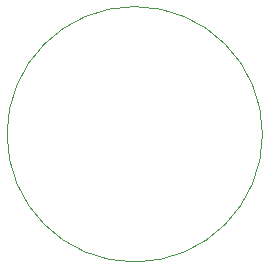
<source format=gbr>
G04 #@! TF.GenerationSoftware,KiCad,Pcbnew,no-vcs-found-5013ea2~58~ubuntu16.04.1*
G04 #@! TF.CreationDate,2017-05-24T10:35:15-06:00*
G04 #@! TF.ProjectId,HiBeam_4-pack_v02,48694265616D5F342D7061636B5F7630,rev?*
G04 #@! TF.FileFunction,Profile,NP*
%FSLAX46Y46*%
G04 Gerber Fmt 4.6, Leading zero omitted, Abs format (unit mm)*
G04 Created by KiCad (PCBNEW no-vcs-found-5013ea2~58~ubuntu16.04.1) date Wed May 24 10:35:15 2017*
%MOMM*%
%LPD*%
G01*
G04 APERTURE LIST*
%ADD10C,0.100000*%
G04 APERTURE END LIST*
D10*
X156736660Y-98425000D02*
G75*
G03X156736660Y-98425000I-10813660J0D01*
G01*
M02*

</source>
